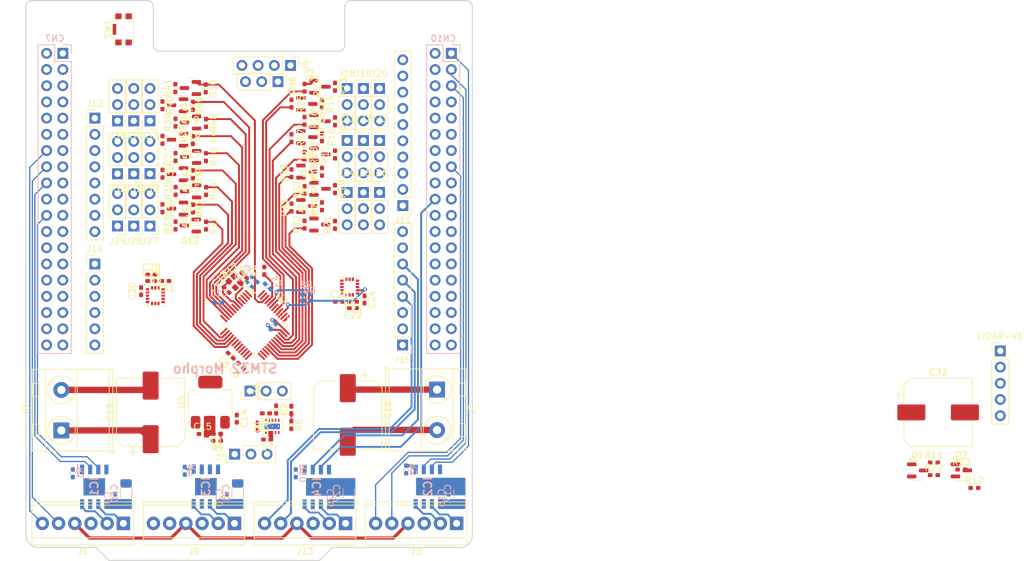
<source format=kicad_pcb>
(kicad_pcb (version 20240108) (generator "pcbnew") (generator_version "8.0")
  (layers (0 "F.Cu" signal) (31 "B.Cu" power) (34 "B.Paste" user) (35 "F.Paste" user) (36 "B.SilkS" user "B.Silkscreen") (37 "F.SilkS" user "F.Silkscreen") (38 "B.Mask" user) (39 "F.Mask" user) (44 "Edge.Cuts" user))
  (net 0 "")
  (net 1 "+3.3V")
  (net 2 "GND")
  (net 3 "/NRST")
  (net 4 "/HSE_IN")
  (net 5 "/HSE_OUT")
  (net 6 "+BATT")
  (net 7 "V_DCMTR")
  (net 8 "V_Servo")
  (net 9 "+5V")
  (net 10 "Net-(U4-REGOUT)")
  (net 11 "Net-(U5-REGOUT)")
  (net 12 "/PWM2{slash}1")
  (net 13 "/Mtr4_EncoderA")
  (net 14 "/PWM2{slash}2")
  (net 15 "/Mtr4_EncoderB")
  (net 16 "/Mtr2_EncoderB")
  (net 17 "/Mtr3_EncoderB")
  (net 18 "/Mtr1_EncoderA")
  (net 19 "/I2C1_SCL")
  (net 20 "/PWM1{slash}2_M3")
  (net 21 "/PWM3{slash}2_M4")
  (net 22 "/IMU2_INT")
  (net 23 "/IMU1_INT")
  (net 24 "/Mtr1_EncoderB")
  (net 25 "/PWM3{slash}1_M1")
  (net 26 "/PWM2{slash}1_M1")
  (net 27 "/I2C1_SDA")
  (net 28 "/Mtr3_EncoderA")
  (net 29 "/PWM3{slash}2_M2")
  (net 30 "/PWM1{slash}1_M3")
  (net 31 "/PWM2{slash}3_M4")
  (net 32 "/PWM4{slash}1_M2")
  (net 33 "/Mtr2_EncoderA")
  (net 34 "Net-(D1-K)")
  (net 35 "Net-(D2-K)")
  (net 36 "/V_M1A")
  (net 37 "/V_M1B")
  (net 38 "/V_M2B")
  (net 39 "/V_M2A")
  (net 40 "/V_M3B")
  (net 41 "/V_M3A")
  (net 42 "/V_M4A")
  (net 43 "/V_M4B")
  (net 44 "/SWDIO")
  (net 45 "/SWCLK")
  (net 46 "/V_encoder")
  (net 47 "/V_Servo1")
  (net 48 "/V_Servo2")
  (net 49 "/V_Servo3")
  (net 50 "/V_Servo5")
  (net 51 "/V_Servo4")
  (net 52 "/V_Servo6")
  (net 53 "/V_Servo7")
  (net 54 "/V_Servo8")
  (net 55 "/V_Servo9")
  (net 56 "/V_Servo10")
  (net 57 "/V_Servo11")
  (net 58 "/V_Servo12")
  (net 59 "/V_Servo15")
  (net 60 "/V_Servo13")
  (net 61 "/V_Servo14")
  (net 62 "/V_Servo17")
  (net 63 "/V_Servo16")
  (net 64 "/V_Servo18")
  (net 65 "/BOOT0")
  (net 66 "/I2C3_SDA")
  (net 67 "/I2C3_SCL")
  (net 68 "/PWM1{slash}1")
  (net 69 "/PWM3{slash}2")
  (net 70 "/PWM1{slash}2")
  (net 71 "/PWM3{slash}3")
  (net 72 "/PWM1{slash}3")
  (net 73 "/PWM3{slash}4")
  (net 74 "/PWM1{slash}4")
  (net 75 "/PWM4{slash}1")
  (net 76 "/PWM4{slash}2")
  (net 77 "/PWM4{slash}4")
  (net 78 "/PWM2{slash}3")
  (net 79 "/PWM15{slash}1")
  (net 80 "/PWM2{slash}4")
  (net 81 "/PWM15{slash}2")
  (net 82 "/PWM3{slash}1")
  (net 83 "/PWM16{slash}1")
  (net 92 "Net-(U1-SW)")
  (net 93 "Net-(U1-PG)")
  (net 109 "/IsenseM1")
  (net 110 "/IsenseM2")
  (net 112 "/IsenseM3")
  (net 113 "/IsenseM4")
  (net 128 "Net-(CN7-Pin_35)")
  (net 130 "Net-(CN7-Pin_23)")
  (net 133 "Net-(CN7-Pin_37)")
  (net 139 "Net-(CN10-Pin_26)")
  (net 142 "Net-(CN10-Pin_24)")
  (net 143 "Net-(CN10-Pin_34)")
  (net 145 "Net-(CN10-Pin_22)")
  (net 155 "Net-(CN10-Pin_8)")
  (footprint "Button_Switch_SMD:SW_Push_1P1T-SH_NO_CK_KMR2xxG" (layer "F.Cu") (at 38.4 78.55 90)
    (property "Reference" "SW1")
    (property "Value" "SW_Push")
  )
  (footprint "Resistor_SMD:R_0402_1005Metric_Pad0.72x0.64mm_HandSolder" (layer "F.Cu") (at 71.55 103.585298 -90)
    (property "Reference" "R19")
    (property "Value" "10k")
  )
  (footprint "Resistor_SMD:R_0402_1005Metric_Pad0.72x0.64mm_HandSolder" (layer "F.Cu") (at 69.5 95.467649 90)
    (property "Reference" "R16")
    (property "Value" "10k")
  )
  (footprint "Package_TO_SOT_SMD:SOT-23" (layer "F.Cu") (at 67.1375 90.25)
    (property "Reference" "Q4")
    (property "Value" "BSS138")
  )
  (footprint "Package_TO_SOT_SMD:SOT-23" (layer "F.Cu") (at 46.862498 101.26 180)
    (property "Reference" "Q15")
    (property "Value" "BSS138")
  )
  (footprint "Capacitor_SMD:C_0402_1005Metric_Pad0.74x0.62mm_HandSolder" (layer "F.Cu") (at 41.15 119.6 -90)
    (property "Reference" "C30")
    (property "Value" "10n")
  )
  (footprint "Package_TO_SOT_SMD:SOT-223-3_TabPin2" (layer "F.Cu") (at 52 137 90)
    (property "Reference" "U3")
    (property "Value" "LD1117S12TR_SOT223")
  )
  (footprint "Resistor_SMD:R_0402_1005Metric_Pad0.72x0.64mm_HandSolder" (layer "F.Cu") (at 49.275 90.532885 -90)
    (property "Reference" "R49")
    (property "Value" "10k")
  )
  (footprint "Resistor_SMD:R_0402_1005Metric_Pad0.72x0.64mm_HandSolder" (layer "F.Cu") (at 53.05 143.05 180)
    (property "Reference" "R5")
    (property "Value" "100")
  )
  (footprint "Resistor_SMD:R_0402_1005Metric_Pad0.72x0.64mm_HandSolder" (layer "F.Cu") (at 66.775 87.700571 90)
    (property "Reference" "R24")
    (property "Value" "10k")
  )
  (footprint "Capacitor_SMD:CP_Elec_10x10.5" (layer "F.Cu") (at 42.65 138.6 90)
    (property "Reference" "C19")
    (property "Value" "680u")
  )
  (footprint "Capacitor_SMD:C_0402_1005Metric_Pad0.74x0.62mm_HandSolder" (layer "F.Cu") (at 72.17 121.25)
    (property "Reference" "C25")
    (property "Value" "100n")
  )
  (footprint "Resistor_SMD:R_0402_1005Metric_Pad0.72x0.64mm_HandSolder" (layer "F.Cu") (at 44.499998 95.867638 -90)
    (property "Reference" "R38")
    (property "Value" "10k")
  )
  (footprint "Package_SON:WSON-10-1EP_2x3mm_P0.5mm_EP0.84x2.4mm_ThermalVias" (layer "F.Cu") (at 61.725 140.8 90)
    (property "Reference" "U1")
    (property "Value" "TPS62177DQC")
  )
  (footprint "Connector_PinHeader_2.54mm:PinHeader_1x08_P2.54mm_Vertical" (layer "F.Cu") (at 33.9 92.475)
    (property "Reference" "J12")
    (property "Value" "Conn_01x08")
  )
  (footprint "Resistor_SMD:R_0402_1005Metric_Pad0.72x0.64mm_HandSolder" (layer "F.Cu") (at 169.75 147.55)
    (property "Reference" "R23")
    (property "Value" "10k")
  )
  (footprint "Resistor_SMD:R_0402_1005Metric_Pad0.72x0.64mm_HandSolder" (layer "F.Cu") (at 69.5 106.291181 90)
    (property "Reference" "R20")
    (property "Value" "10k")
  )
  (footprint "Package_TO_SOT_SMD:SOT-23" (layer "F.Cu") (at 48.875 87.75 180)
    (property "Reference" "Q20")
    (property "Value" "BSS138")
  )
  (footprint "Connector_PinHeader_2.54mm:PinHeader_1x03_P2.54mm_Vertical" (layer "F.Cu") (at 42.54 109.39 180)
    (property "Reference" "J27")
    (property "Value" "Conn_01x03")
  )
  (footprint "Resistor_SMD:R_0402_1005Metric_Pad0.72x0.64mm_HandSolder" (layer "F.Cu") (at 71.55 98.173532 -90)
    (property "Reference" "R17")
    (property "Value" "10k")
  )
  (footprint "Crystal:Crystal_SMD_2016-4Pin_2.0x1.6mm" (layer "F.Cu") (at 55.8 118.15 135)
    (property "Reference" "Y1")
    (property "Value" "Crystal_GND24")
  )
  (footprint "Package_LGA:LGA-16_3x3mm_P0.5mm_LayoutBorder3x5y" (layer "F.Cu") (at 73.85 118.95 180)
    (property "Reference" "U4")
    (property "Value" "ICM-20602")
  )
  (footprint "Connector_PinHeader_2.54mm:PinHeader_1x03_P2.54mm_Vertical" (layer "F.Cu") (at 39.999214 92.89 180)
    (property "Reference" "J34")
    (property "Value" "Conn_01x03")
  )
  (footprint "Package_LGA:LGA-16_3x3mm_P0.5mm_LayoutBorder3x5y" (layer "F.Cu") (at 43.375 120.3)
    (property "Reference" "U5")
    (property "Value" "ICM-20602")
  )
  (footprint "Connector_PinHeader_2.54mm:PinHeader_1x03_P2.54mm_Vertical" (layer "F.Cu") (at 37.46 109.38 180)
    (property "Reference" "J29")
    (property "Value" "Conn_01x03")
  )
  (footprint "Connector_PinHeader_2.54mm:PinHeader_1x04_P2.54mm_Vertical" (layer "F.Cu") (at 64.58 84.2 -90)
    (property "Reference" "J4")
    (property "Value" "Conn_01x04_Pin")
  )
  (footprint "Capacitor_SMD:CP_Elec_10x10.5" (layer "F.Cu") (at 166.1 138.6)
    (property "Reference" "C32")
    (property "Value" "680u")
  )
  (footprint "Package_TO_SOT_SMD:SOT-23" (layer "F.Cu") (at 67.1375 95.45)
    (property "Reference" "Q6")
    (property "Value" "BSS138")
  )
  (footprint "Capacitor_SMD:C_0402_1005Metric_Pad0.74x0.62mm_HandSolder" (layer "F.Cu") (at 42.75 118)
    (property "Reference" "C29")
    (property "Value" "2.2u")
  )
  (footprint "Resistor_SMD:R_0402_1005Metric_Pad0.72x0.64mm_HandSolder" (layer "F.Cu") (at 165.4375 146.45)
    (property "Reference" "R11")
    (property "Value" "10k")
  )
  (footprint "Resistor_SMD:R_0402_1005Metric_Pad0.72x0.64mm_HandSolder" (layer "F.Cu") (at 71.55 87.55 -90)
    (property "Reference" "R13")
    (property "Value" "10k")
  )
  (footprint "Resistor_SMD:R_0402_1005Metric_Pad0.72x0.64mm_HandSolder" (layer "F.Cu") (at 64.725 90.182855 90)
    (property "Reference" "R25")
    (property "Value" "10k")
  )
  (footprint "Capacitor_SMD:C_0402_1005Metric_Pad0.74x0.62mm_HandSolder" (layer "F.Cu") (at 56.155 139.5825 -90)
    (property "Reference" "C14")
    (property "Value" "100n")
  )
  (footprint "TerminalBlock_TE-Connectivity:TerminalBlock_TE_282834-6_1x06_P2.54mm_Horizontal" (layer "F.Cu") (at 73.2 156 180)
    (property "Reference" "J13")
    (property "Value" "Screw_Terminal_01x06")
  )
  (footprint "Connector_PinHeader_2.54mm:PinHeader_1x03_P2.54mm_Vertical" (layer "F.Cu") (at 78.539214 95.969214)
    (property "Reference" "J23")
    (property "Value" "Conn_01x03")
  )
  (footprint "Connector_PinHeader_2.54mm:PinHeader_1x03_P2.54mm_Vertical" (layer "F.Cu") (at 78.539214 104.11)
    (property "Reference" "J26")
    (property "Value" "Conn_01x03")
  )
  (footprint "Package_QFP:LQFP-48_7x7mm_P0.5mm" (layer "F.Cu") (at 59 124.9 -45)
    (property "Reference" "U2")
    (property "Value" "STM32G431C8Tx")
  )
  (footprint "Capacitor_SMD:C_0402_1005Metric_Pad0.74x0.62mm_HandSolder" (layer "F.Cu") (at 60.9 142.85 180)
    (property "Reference" "C7")
    (property "Value" "2.2u")
  )
  (footprint "Package_TO_SOT_SMD:SOT-23" (layer "F.Cu") (at 162.9 147.69)
    (property "Reference" "Q1")
    (property "Value" "BSS138")
  )
  (footprint "Connector_PinHeader_2.54mm:PinHeader_1x03_P2.54mm_Vertical" (layer "F.Cu") (at 42.54 101.18 180)
    (property "Reference" "J30")
    (property "Value" "Conn_01x03")
  )
  (footprint "Package_TO_SOT_SMD:SOT-23" (layer "F.Cu") (at 69.1875 92.95)
    (property "Reference" "Q5")
    (property "Value" "BSS138")
  )
  (footprint "Capacitor_SMD:C_0402_1005Metric_Pad0.74x0.62mm_HandSolder" (layer "F.Cu") (at 57.3 117.15 135)
    (property "Reference" "C12")
    (property "Value" "10p")
  )
  (footprint "Resistor_SMD:R_0402_1005Metric_Pad0.72x0.64mm_HandSolder" (layer "F.Cu") (at 60.45 116.4 90)
    (property "Reference" "R4")
    (property "Value" "10k")
  )
  (footprint "Resistor_SMD:R_0402_1005Metric_Pad0.72x0.64mm_HandSolder" (layer "F.Cu") (at 62.325 138.15 -90)
    (property "Reference" "R2")
    (property "Value" "100k")
  )
  (footprint "Package_TO_SOT_SMD:SOT-23" (layer "F.Cu") (at 67.1375 100.85)
    (property "Reference" "Q8")
    (property "Value" "BSS138")
  )
  (footprint "Package_TO_SOT_SMD:SOT-23" (layer "F.Cu") (at 69.1875 109.15)
    (property "Reference" "Q11")
    (property "Value" "BSS138")
  )
  (footprint "Resistor_SMD:R_0402_1005Metric_Pad0.72x0.64mm_HandSolder" (layer "F.Cu") (at 46.549998 98.563521 90)
    (property "Reference" "R37")
    (property "Value" "10k")
  )
  (footprint "Connector_PinHeader_2.54mm:PinHeader_1x06_P2.54mm_Vertical" (layer "F.Cu") (at 33.9 115.33)
    (property "Reference" "J14")
    (property "Value" "Conn_01x06")
  )
  (footprint "Resistor_SMD:R_0402_1005Metric_Pad0.72x0.64mm_HandSolder" (layer "F.Cu") (at 51.324998 98.572237 -90)
    (property "Reference" "R46")
    (property "Value" "10k")
  )
  (footprint "Package_TO_SOT_SMD:SOT-23" (layer "F.Cu") (at 46.8625 90.45 180)
    (property "Reference" "Q19")
    (property "Value" "BSS138")
  )
  (footprint "Resistor_SMD:R_0402_1005Metric_Pad0.72x0.64mm_HandSolder" (layer "F.Cu") (at 51.2875 87.800586 -90)
    (property "Reference" "R50")
    (property "Value" "10k")
  )
  (footprint "Resistor_SMD:R_0402_1005Metric_Pad0.72x0.64mm_HandSolder" (layer "F.Cu") (at 46.549998 109.297053 90)
    (property "Reference" "R33")
    (property "Value" "10k")
  )
  (footprint "Package_TO_SOT_SMD:SOT-23" (layer "F.Cu") (at 69.1875 103.55)
    (property "Reference" "Q9")
    (property "Value" "BSS138")
  )
  (footprint "Capacitor_SMD:C_0402_1005Metric_Pad0.74x0.62mm_HandSolder" (layer "F.Cu") (at 76.17 120.9 -90)
    (property "Reference" "C24")
    (property "Value" "10n")
  )
  (footprint "Resistor_SMD:R_0402_1005Metric_Pad0.72x0.64mm_HandSolder" (layer "F.Cu") (at 71.55 109.197064 90)
    (property "Reference" "R21")
    (property "Value" "10k")
  )
  (footprint "Resistor_SMD:R_0402_1005Metric_Pad0.72x0.64mm_HandSolder" (layer "F.Cu") (at 71.55 92.961766 -90)
    (property "Reference" "R15")
    (property "Value" "10k")
  )
  (footprint "Package_TO_SOT_SMD:SOT-23" (layer "F.Cu") (at 48.912498 98.55 180)
    (property "Reference" "Q16")
    (property "Value" "BSS138")
  )
  (footprint "Resistor_SMD:R_0402_1005Metric_Pad0.72x0.64mm_HandSolder" (layer "F.Cu") (at 49.274998 95.897453 -90)
    (property "Reference" "R47")
    (property "Value" "10k")
  )
  (footprint "Connector_PinHeader_2.54mm:PinHeader_1x08_P2.54mm_Vertical" (layer "F.Cu") (at 82.15 128.035 180)
    (property "Reference" "J15")
    (property "Value" "Conn_01x08")
  )
  (footprint "Capacitor_SMD:C_0402_1005Metric_Pad0.74x0.62mm_HandSolder" (layer "F.Cu") (at 59.425 140.8 -90)
    (property "Reference" "C8")
    (property "Value" "22u")
  )
  (footprint "Capacitor_SMD:C_0402_1005Metric_Pad0.74x0.62mm_HandSolder" (layer "F.Cu") (at 74.37 122.25 180)
    (property "Reference" "C22")
    (property "Value" "100n")
  )
  (footprint "Resistor_SMD:R_0402_1005Metric_Pad0.72x0.64mm_HandSolder" (layer "F.Cu") (at 66.775 109.156343 90)
    (property "Reference" "R32")
    (property "Value" "10k")
  )
  (footprint "Resistor_SMD:R_0402_1005Metric_Pad0.72x0.64mm_HandSolder" (layer "F.Cu") (at 64.725 95.607423 90)
    (property "Reference" "R27")
    (property "Value" "10k")
  )
  (footprint "Package_TO_SOT_SMD:SOT-23" (layer "F.Cu") (at 69.1875 98.15)
    (property "Reference" "Q7")
    (property "Value" "BSS138")
  )
  (footprint "Capacitor_SMD:C_0402_1005Metric_Pad0.74x0.62mm_HandSolder" (layer "F.Cu") (at 42.75 117)
    (property "Reference" "C28")
    (property "Value" "100n")
  )
  (footprint "Package_TO_SOT_SMD:SOT-23" (layer "F.Cu") (at 48.9125 93.15 180)
    (property "Reference" "Q18")
    (property "Value" "BSS138")
  )
  (footprint "Resistor_SMD:R_0402_1005Metric_Pad0.72x0.64mm_HandSolder" (layer "F.Cu") (at 66.775 103.744275 90)
    (property "Reference" "R30")
    (property "Value" "10k")
  )
  (footprint "Resistor_SMD:R_0402_1005Metric_Pad0.72x0.64mm_HandSolder" (layer "F.Cu") (at 44.499998 101.179404 -90)
    (property "Reference" "R36")
    (property "Value" "10k")
  )
  (footprint "LED_SMD:LED_0402_1005Metric_Pad0.77x0.64mm_HandSolder" (layer "F.Cu") (at 53.05 141.95 180)
    (property "Reference" "D1")
    (property "Value" "Yellow LED")
  )
  (footprint "Resistor_SMD:R_0402_1005Metric_Pad0.72x0.64mm_HandSolder" (layer "F.Cu") (at 69.5 100.879415 90)
    (property "Reference" "R18")
    (property "Value" "10k")
  )
  (footprint "Resistor_SMD:R_0402_1005Metric_Pad0.72x0.64mm_HandSolder" (layer "F.Cu") (at 51.3375 103.896805 -90)
    (property "Reference" "R44")
    (property "Value" "10k")
  )
  (footprint "Resistor_SMD:R_0402_1005Metric_Pad0.72x0.64mm_HandSolder" (layer "F.Cu") (at 49.274998 101.262021 -90)
    (property "Reference" "R45")
    (property "Value" "10k")
  )
  (footprint "Resistor_SMD:R_0402_1005Metric_Pad0.72x0.64mm_HandSolder" (layer "F.Cu") (at 51.325 93.215169 -90)
    (property "Reference" "R48")
    (property "Value" "10k")
  )
  (footprint "TerminalBlock_MetzConnect:TerminalBlock_MetzConnect_Type701_RT11L02HGLU_1x02_P6.35mm_Horizontal" (layer "F.Cu") (at 87.55 135.025 -90)
    (property "Reference" "J7")
    (property "Value" "Screw_Terminal_01x02")
  )
  (footprint "Resistor_SMD:R_0402_1005Metric_Pad0.72x0.64mm_HandSolder" (layer "F.Cu") (at 165.4375 148.44)
    (property "Reference" "R22")
    (property "Value" "10k")
  )
  (footprint "TerminalBlock_TE-Connectivity:TerminalBlock_TE_282834-6_1x06_P2.54mm_Horizontal" (layer "F.Cu") (at 38.373334 156 180)
    (property "Reference" "J1")
    (property "Value" "Screw_Terminal_01x06")
  )
  (footprint "Connector_PinHeader_2.54mm:PinHeader_1x03_P2.54mm_Vertical" (layer "F.Cu") (at 55.82 145.15 90)
    (property "Reference" "J17")
    (property "Value" "Conn_01x03")
  )
  (footprint "Capacitor_SMD:C_0402_1005Metric_Pad0.74x0.62mm_HandSolder" (layer "F.Cu") (at 55.2 129.7 135)
    (property "Reference" "C6")
    (property "Value" "100n")
  )
  (footprint "Connector_PinHeader_2.54mm:PinHeader_1x03_P2.54mm_Vertical" (layer "F.Cu") (at 40 101.19 180)
    (property "Reference" "J31")
    (property "Value" "Conn_01x03")
  )
  (footprint "Connector_PinHeader_2.54mm:PinHeader_1x03_P2.54mm_Vertical" (layer "F.Cu") (at 37.459214 92.89 180)
    (property "Reference" "J35")
    (property "Value" "Conn_01x03")
  )
  (footprint "Package_TO_SOT_SMD:SOT-23" (layer "F.Cu") (at 169.75 147.69)
    (property "Reference" "Q2")
    (property "Value" "BSS138")
  )
  (footprint "Connector_PinHeader_2.54mm:PinHeader_1x03_P2.54mm_Vertical" (layer "F.Cu") (at 75.999214 87.81)
    (property "Reference" "J19")
    (property "Value" "Conn_01x03")
  )
  (footprint "Resistor_SMD:R_0402_1005Metric_Pad0.72x0.64mm_HandSolder" (layer "F.Cu") (at 44.499998 106.59117 -90)
    (property "Reference" "R34")
    (property "Value" "10k")
  )
  (footprint "Connector_PinHeader_2.54mm:PinHeader_1x03_P2.54mm_Vertical" (layer "F.Cu") (at 75.999214 104.11)
    (property "Reference" "J25")
    (property "Value" "Conn_01x03")
  )
  (footprint "Connector_PinHeader_2.54mm:PinHeader_1x03_P2.54mm_Vertical" (layer "F.Cu") (at 40 109.39 180)
    (property "Reference" "J28")
    (property "Value" "Conn_01x03")
  )
  (footprint "Package_TO_SOT_SMD:SOT-23" (layer "F.Cu") (at 69.1875 87.55)
    (property "Reference" "Q3")
    (property "Value" "BSS138")
  )
  (footprint "Connector_PinHeader_2.54mm:PinHeader_1x03_P2.54mm_Vertical" (layer "F.Cu") (at 73.459214 104.11)
    (property "Reference" "J24")
    (property "Value" "Conn_01x03")
  )
  (footprint "Connector_PinHeader_2.54mm:PinHeader_1x03_P2.54mm_Vertical" (layer "F.Cu") (at 75.999214 95.969214)
    (property "Reference" "J22")
    (property "Value" "Conn_01x03")
  )
  (footprint "Resistor_SMD:R_0402_1005Metric_Pad0.72x0.64mm_HandSolder" (layer "F.Cu") (at 44.5 90.455872 -90)
    (property "Reference" "R40")
    (property "Value" "10k")
  )
  (footprint "Resistor_SMD:R_0402_1005Metric_Pad0.72x0.64mm_HandSolder" (layer "F.Cu") (at 69.5 90.255883 90)
    (property "Reference" "R14")
    (property "Value" "10k")
  )
  (footprint "Inductor_SMD:L_0402_1005Metric_Pad0.77x0.64mm_HandSolder" (layer "F.Cu") (at 60.725 138.75 180)
    (property "Reference" "L1")
    (property "Value" "10u")
  )
  (footprint "Connector_PinHeader_2.54mm:PinHeader_1x03_P2.54mm_Vertical" (layer "F.Cu") (at 73.459214 95.969214)
    (property "Reference" "J21")
    (property "Value" "Conn_01x03")
  )
  (footprint "Package_TO_SOT_SMD:SOT-23" (layer "F.Cu") (at 46.862498 95.85 180)
    (property "Reference" "Q17")
    (property "Value" "BSS138")
  )
  (footprint "Package_TO_SOT_SMD:SOT-23" (layer "F.Cu") (at 48.8625 109.3 180)
    (property "Reference" "Q12")
    (property "Value" "BSS138")
  )
  (footprint "Connector_PinHeader_2.54mm:PinHeader_1x03_P2.54mm_Vertical" (layer "F.Cu") (at 78.539214 87.81)
    (property "Reference" "J20")
    (property "Value" "Conn_01x03")
  )
  (footprint "Resistor_SMD:R_0402_1005Metric_Pad0.72x0.64mm_HandSolder" (layer "F.Cu") (at 66.775 92.9 90)
    (property "Reference" "R26")
    (property "Value" "10k")
  )
  (footprint "Resistor_SMD:R_0402_1005Metric_Pad0.72x0.64mm_HandSolder" (layer "F.Cu") (at 66.775 98.392207 90)
    (property "Reference" "R28")
    (property "Value" "10k")
  )
  (footprint "Package_TO_SOT_SMD:SOT-23" (layer "F.Cu") (at 46.862498 106.65 180)
    (property "Reference" "Q13")
    (property "Value" "BSS138")
  )
  (footprint "Capacitor_SMD:C_0402_1005Metric_Pad0.74x0.62mm_HandSolder" (layer "F.Cu") (at 44.95 118 180)
    (property "Reference" "C31")
    (property "Value" "100n")
  )
  (footprint "Connector_PinHeader_2.54mm:PinHeader_1x03_P2.54mm_Vertical" (layer "F.Cu") (at 58.21 135.25 90)
    (property "Reference" "J36")
    (property "Value" "Conn_01x03")
  )
  (footprint "Capacitor_SMD:C_0402_1005Metric_Pad0.74x0.62mm_HandSolder" (layer "F.Cu") (at 50.8 141.9825)
    (property "Reference" "C15")
    (property "Value" "22u")
  )
  (footprint "Capacitor_SMD:C_0402_1005Metric_Pad0.74x0.62mm_HandSolder" (layer "F.Cu") (at 56.8 131.3 135)
    (property "Reference" "C3")
    (property "Value" "100n")
  )
  (footprint "Resistor_SMD:R_0402_1005Metric_Pad0.72x0.64mm_HandSolder" (layer "F.Cu") (at 46.5125 87.75 90)
    (property "Reference" "R41")
    (property "Value" "10k")
  )
  (footprint "Connector_PinHeader_2.54mm:PinHeader_1x03_P2.54mm_Vertical" (layer "F.Cu") (at 37.46 101.19 180)
    (property "Reference" "J32")
    (property "Value" "Conn_01x03")
  )
  (footprint "Resistor_SMD:R_0402_1005Metric_Pad0.72x0.64mm_HandSolder" (layer "F.Cu") (at 64.725 106.474059 90)
    (property "Reference" "R31")
    (property "Value" "10k")
  )
  (footprint "Resistor_SMD:R_0402_1005Metric_Pad0.72x0.64mm_HandSolder" (layer "F.Cu") (at 49.274998 106.629089 -90)
    (property "Reference" "R43")
    (property "Value" "10k")
  )
  (footprint "Package_TO_SOT_SMD:SOT-23" (layer "F.Cu") (at 48.925 103.95 180)
    (property "Reference" "Q14")
    (property "Value" "BSS138")
  )
  (footprint "Capacitor_SMD:C_0402_1005Metric_Pad0.74x0.62mm_HandSolder" (layer "F.Cu") (at 74.37 121.25 180)
    (property "Reference" "C23")
    (property "Value" "2.2u")
  )
  (footprint "Connector_PinHeader_2.54mm:PinHeader_1x10_P2.54mm_Vertical" (layer "F.Cu") (at 82.175 106.185 180)
    (property "Reference" "J11")
    (property "Value" "Conn_01x10")
  )
  (footprint "Connector_PinHeader_2.54mm:PinHeader_1x03_P2.54mm_Vertical" (layer "F.Cu") (at 62.6 86.75 -90)
    (property "Reference" "J6")
    (property "Value" "Conn_01x03")
  )
  (footprint "Resistor_SMD:R_0402_1005Metric_Pad0.72x0.64mm_HandSolder" (layer "F.Cu") (at 64.7 140.5725 -90)
    (property "Reference" "R6")
    (property "Value" "100")
  )
  (footprint "Resistor_SMD:R_0402_1005Metric_Pad0.72x0.64mm_HandSolder" (layer "F.Cu") (at 51.324998 109.308873 -90)
    (property "Reference" "R42")
    (property "Value" "10k")
  )
  (footprint "LED_SMD:LED_0402_1005Metric_Pad0.77x0.64mm_HandSolder" (layer "F.Cu") (at 64.7 138.2 90)
    (property "Reference" "D2")
    (property "Value" "Red LED")
  )
  (footprint "Resistor_SMD:R_0402_1005Metric_Pad0.72x0.64mm_HandSolder" (layer "F.Cu") (at 46.55 93.161755 90)
    (property "Reference" "R39")
    (property "Value" "10k")
  )
  (footprint "Resistor_SMD:R_0402_1005Metric_Pad0.72x0.64mm_HandSolder" (layer "F.Cu") (at 46.5625 103.885287 90)
    (property "Reference" "R35")
    (property "Value" "10k")
  )
  (footprint "TerminalBlock_TE-Connectivity:TerminalBlock_TE_282834-6_1x06_P2.54mm_Horizontal" (layer "F.Cu") (at 55.786667 156 180)
    (property "Reference" "J9")
    (property "Value" "Screw_Terminal_01x06")
  )
  (footprint "Connector_PinHeader_2.54mm:PinHeader_1x05_P2.54mm_Vertical" (layer "F.Cu") (at 175.845 128.96)
    (property "Reference" "LiDAR-V1")
    (property "Value" "~")
  )
  (footprint "Capacitor_SMD:CP_Elec_10x10.5" (layer "F.Cu") (at 73.55 139 -90)
    (property "Reference" "C18")
    (property "Value" "680u")
  )
  (footprint "Connector_PinHeader_2.54mm:PinHeader_1x03_P2.54mm_Vertical" (layer "F.Cu") (at 73.459214 87.81)
    (property "Reference" "J18")
    (property "Value" "Conn_01x03")
  )
  (footprint "TerminalBlock_MetzConnect:TerminalBlock_MetzConnect_Type701_RT11L02HGLU_1x02_P6.35mm_Horizontal" (layer "F.Cu") (at 28.65 141.425 90)
    (property "Reference" "J8")
    (property "Value" "Screw_Terminal_01x02")
  )
  (footprint "Resistor_SMD:R_0402_1005Metric_Pad0.72x0.64mm_HandSolder" (layer "F.Cu") (at 64.725 101.111991 90)
    (property "Reference" "R29")
    (property "Value" "10k")
  )
  (footprint "TerminalBlock_TE-Connectivity:TerminalBlock_TE_282834-6_1x06_P2.54mm_Horizontal" (layer "F.Cu") (at 90.613334 156 180)
    (property "Reference" "J3")
    (property "Value" "Screw_Terminal_01x06")
  )
  (footprint "Resistor_SMD:R_0402_1005Metric_Pad0.72x0.64mm_HandSolder" (layer "F.Cu") (at 171.79 150.44)
    (property "Reference" "R12")
    (property "Value" "10k")
  )
  (footprint "Capacitor_SMD:C_0402_1005Metric_Pad0.74x0.62mm_HandSolder" (layer "F.Cu") (at 54.55 119.4 -45)
    (property "Reference" "C13")
    (property "Value" "10p")
  )
  (footprint "Package_TO_SOT_SMD:SOT-23" (layer "F.Cu") (at 67.1375 106.25)
    (property "Reference" "Q10")
    (property "Value" "BSS138")
  )
  (footprint "Connector_PinHeader_2.54mm:PinHeader_1x03_P2.54mm_Vertical" (layer "F.Cu") (at 42.539214 92.89 180)
    (property "Reference" "J33")
    (property "Value" "Conn_01x03")
  )
  (footprint "Resistor_SMD:R_0402_1005Metric_Pad0.72x0.64mm_HandSolder" (layer "B.Cu") (at 67.1 121.1)
    (property "Reference" "R9")
    (property "Value" "2k2")
  )
  (footprint "Capacitor_SMD:C_0402_1005Metric_Pad0.74x0.62mm_HandSolder" (layer "B.Cu") (at 61 118.85 135)
    (property "Reference" "C5")
    (property "Value" "100n")
  )
  (footprint "DAWG_PCBFootprints:SOIC127P600X170-9N" (layer "B.Cu") (at 51.305 150.238 -90)
    (property "Reference" "IC3")
    (property "Value" "DRV8251ADDAR" (hide yes))
  )
  (footprint "Resistor_SMD:R_0402_1005Metric_Pad0.72x0.64mm_HandSolder" (layer "B.Cu") (at 48 147.75 90)
    (property "Reference" "R7")
    (property "Value" "1k5")
  )
  (footprint "Resistor_SMD:R_0402_1005Metric_Pad0.72x0.64mm_HandSolder" (layer "B.Cu") (at 30.45 148.1475 90)
    (property "Reference" "R1")
    (property "Value" "1k5")
  )
  (footprint "Resistor_SMD:R_0402_1005Metric_Pad0.72x0.64mm_HandSolder" (layer "B.Cu") (at 65.4 148.15 90)
    (property "Reference" "R10")
    (property "Value" "1k5")
  )
  (footprint "Capacitor_SMD:C_0402_1005Metric_Pad0.74x0.62mm_HandSolder" (layer "B.Cu") (at 37.1 152 -90)
    (property "Reference" "C9")
    (property "Value" "100n")
  )
  (footprint "Capacitor_SMD:C_0402_1005Metric_Pad0.74x0.62mm_HandSolder" (layer "B.Cu") (at 54.6 152 -90)
    (property "Reference" "C20")
    (property "Value" "100n")
  )
  (footprint "Capacitor_SMD:C_0402_1005Metric_Pad0.74x0.62mm_HandSolder" (layer "B.Cu") (at 61.9 125.15 -135)
    (property "Reference" "C4")
    (property "Value" "100n")
  )
  (footprint "DAWG_PCBFootprints:SOIC127P600X170-9N" (layer "B.Cu") (at 68.7 150.2875 -90)
    (property "Reference" "IC4")
    (property "Value" "DRV8251ADDAR" (hide yes))
  )
  (footprint "Capacitor_SMD:C_0402_1005Metric_Pad0.74x0.62mm_HandSolder" (layer "B.Cu") (at 58.15 118.55 135)
    (property "Reference" "C2")
    (property "Value" "100n")
  )
  (footprint "Capacitor_SMD:C_0402_1005Metric_Pad0.74x0.62mm_HandSolder" (layer "B.Cu") (at 58.95 117.75 135)
    (property "Reference" "C1")
    (property "Value" "10u")
  )
  (footprint "Connector_PinHeader_2.54mm:PinHeader_2x19_P2.54mm_Vertical" (layer "B.Cu") (at 28.879214 82.309214 180)
    (property "Reference" "CN7")
    (property "Value" "Conn_02x19_Odd_Even")
  )
  (footprint "Capacitor_SMD:C_0402_1005Metric_Pad0.74x0.62mm_HandSolder" (layer "B.Cu") (at 53.25 121.4 180)
    (property "Reference" "C11")
    (property "Value" "100n")
  )
  (footprint "Capacitor_SMD:C_1206_3216Metric_Pad1.33x1.80mm_HandSolder" (layer "B.Cu") (at 73.7 151.3 -90)
    (property "Reference" "C27")
    (property "Value" "47u")
  )
  (footprint "Capacitor_SMD:C_1206_3216Metric_Pad1.33x1.80mm_HandSolder" (layer "B.Cu") (at 38.8 151.3 -90)
    (property "Reference" "C10")
    (property "Value" "47u")
  )
  (footprint "Capacitor_SMD:C_0402_1005Metric_Pad0.74x0.62mm_HandSolder" (layer "B.Cu") (at 89.4 152 -90)
    (property "Reference" "C16")
    (property "Value" "100n")
  )
  (footprint "Capacitor_SMD:C_1206_3216Metric_Pad1.33x1.80mm_HandSolder" (layer "B.Cu") (at 91.1 151.3 -90)
    (property "Reference" "C17")
    (property "Value" "47u")
  )
  (footprint "DAWG_PCBFootprints:SOIC127P600X170-9N" (layer "B.Cu") (at 86.105 150.238 -90)
    (property "Reference" "IC2")
    (property "Value" "DRV8251ADDAR" (hide yes))
  )
  (footprint "Resistor_SMD:R_0402_1005Metric_Pad0.72x0.64mm_HandSolder" (layer "B.Cu") (at 82.7 147.55 90)
    (property "Reference" "R3")
    (property "Value" "1k5")
  )
  (footprint "Capacitor_SMD:C_0402_1005Metric_Pad0.74x0.62mm_HandSolder" (layer "B.Cu") (at 72 152 -90)
    (property "Reference" "C26")
    (property "Value" "100n")
  )
  (footprint "Connector_PinHeader_2.54mm:PinHeader_2x19_P2.54mm_Vertical" (layer "B.Cu") (at 89.789214 82.309214 180)
    (property "Reference" "CN10")
    (property "Value" "Conn_02x19_Odd_Even")
  )
  (footprint "DAWG_PCBFootprints:SOIC127P600X170-9N" (layer "B.Cu") (at 33.805 150.262 -90)
    (property "Reference" "IC1")
    (property "Value" "DRV8251ADDAR" (hide yes))
  )
  (footprint "Capacitor_SMD:C_1206_3216Metric_Pad1.33x1.80mm_HandSolder" (layer "B.Cu") (at 56.3 151.3 -90)
    (property "Reference" "C21")
    (property "Value" "47u")
  )
  (footprint "Resistor_SMD:R_0402_1005Metric_Pad0.72x0.64mm_HandSolder" (layer "B.Cu") (at 67.1 120.1)
    (property "Reference" "R8")
    (property "Value" "2k2")
  )
  (gr_arc (start 92.075 74.025) (mid 92.782121 74.317887) (end 93.075 75.025) (stroke (width 0.15)) (layer "Edge.Cuts"))
  (gr_line (start 73.075 75) (end 73.075 81) (stroke (width 0.15)) (layer "Edge.Cuts"))
  (gr_arc (start 73.075 75.025) (mid 73.367897 74.317897) (end 74.075 74.025) (stroke (width 0.15)) (layer "Edge.Cuts"))
  (gr_line (start 24.075 74.025) (end 42.075 74.025) (stroke (width 0.15)) (layer "Edge.Cuts"))
  (gr_line (start 36.1 161.8) (end 69.1 161.8) (stroke (width 0.15)) (layer "Edge.Cuts"))
  (gr_line (start 71.1 159.8) (end 91.1 159.8) (stroke (width 0.15)) (layer "Edge.Cuts"))
  (gr_line (start 34.1 159.8) (end 36.1 161.8) (stroke (width 0.15)) (layer "Edge.Cuts"))
  (gr_arc (start 93.075 157.8) (mid 92.489211 159.214211) (end 91.075 159.8) (stroke (width 0.15)) (layer "Edge.Cuts"))
  (gr_line (start 69.1 161.8) (end 71.1 159.8) (stroke (width 0.15)) (layer "Edge.Cuts"))
  (gr_line (start 93.075 157.8) (end 93.075 75.025) (stroke (width 0.15)) (layer "Edge.Cuts"))
  (gr_line (start 92.075 74.025) (end 74.075 74.025) (stroke (width 0.15)) (layer "Edge.Cuts"))
  (gr_line (start 25.1 159.8) (end 34.1 159.8) (stroke (width 0.15)) (layer "Edge.Cuts"))
  (gr_arc (start 73.075 81) (mid 72.782107 81.707107) (end 72.075 82) (stroke (width 0.15)) (layer "Edge.Cuts"))
  (gr_arc (start 42.075 74.025) (mid 42.782121 74.317887) (end 43.075 75.025) (stroke (width 0.15)) (layer "Edge.Cuts"))
  (gr_line (start 43.075 75) (end 43.075 81) (stroke (width 0.15)) (layer "Edge.Cuts"))
  (gr_line (start 72.075 82) (end 44.075 82) (stroke (width 0.15)) (layer "Edge.Cuts"))
  (gr_arc (start 25.1 159.8) (mid 23.685781 159.214214) (end 23.1 157.8) (stroke (width 0.15)) (layer "Edge.Cuts"))
  (gr_arc (start 44.075 82) (mid 43.367893 81.707107) (end 43.075 81) (stroke (width 0.15)) (layer "Edge.Cuts"))
  (gr_line (start 23.1 157.8) (end 23.075 75.025) (stroke (width 0.15)) (layer "Edge.Cuts"))
  (gr_arc (start 23.075 75.025) (mid 23.367897 74.317897) (end 24.075 74.025) (stroke (width 0.15)) (layer "Edge.Cuts"))
  (gr_text "STM32 Morpho" (at 54.325 131.725 0) (layer "B.SilkS") (effects (font (size 1.5 1.5) (thickness 0.3)) (justify mirror)))
  (segment (start 63.887876 125.898788) (end 62.089088 124.1) (width 0.3) (layer "F.Cu") (net 1))
  (segment (start 67.746929 87.103071) (end 68.25 86.6) (width 0.3) (layer "F.Cu") (net 1))
  (segment (start 66.775 87.103071) (end 67.746929 87.103071) (width 0.3) (layer "F.Cu") (net 1))
  (segment (start 62.089088 124.1) (end 61.7 124.1) (width 0.3) (layer "F.Cu") (net 1))
  (via (at 61.7 124.1) (size 0.6) (drill 0.3) (layers "F.Cu" "B.Cu") (net 1))
  (segment (start 66.5025 120.1) (end 66.5025 121.1) (width 0.3) (layer "B.Cu") (net 1))
  (segment (start 61.7 124.1) (end 61.7 124.147434) (width 0.3) (layer "B.Cu") (net 1))
  (segment (start 61.7 124.147434) (end 62.301283 124.748717) (width 0.3) (layer "B.Cu") (net 1))
  (segment (start 74.6 141.35) (end 87.525 141.35) (width 1) (layer "F.Cu") (net 2))
  (segment (start 73.55 142.4) (end 74.6 141.35) (width 1) (layer "F.Cu") (net 2))
  (segment (start 87.525 141.35) (end 87.55 141.375) (width 1) (layer "F.Cu") (net 2))
  (segment (start 61.757934 125.657934) (end 61 124.9) (width 0.3) (layer "F.Cu") (net 2))
  (segment (start 63.534322 126.252342) (end 62.939916 125.657934) (width 0.3) (layer "F.Cu") (net 2))
  (segment (start 62.939916 125.657934) (end 61.757934 125.657934) (width 0.3) (layer "F.Cu") (net 2))
  (segment (start 28.65 135.075) (end 41.975 135.075) (width 1) (layer "F.Cu") (net 2))
  (via (at 61 124.9) (size 0.6) (drill 0.3) (layers "F.Cu" "B.Cu") (net 2))
  (segment (start 61 124.9) (end 61 125.052566) (width 0.3) (layer "B.Cu") (net 2))
  (segment (start 61 125.052566) (end 61.498717 125.551283) (width 0.3) (layer "B.Cu") (net 2))
  (segment (start 55.99259 120.831932) (end 55.99259 120.15741) (width 0.3) (layer "F.Cu") (net 4))
  (segment (start 57.002081 119.147919) (end 57.002081 118.574264) (width 0.3) (layer "F.Cu") (net 4))
  (segment (start 57.002081 118.574264) (end 56.683883 118.256066) (width 0.3) (layer "F.Cu") (net 4))
  (segment (start 56.586998 121.426338) (end 55.99259 120.831932) (width 0.3) (layer "F.Cu") (net 4))
  (segment (start 55.99259 120.15741) (end 57.002081 119.147919) (width 0.3) (layer "F.Cu") (net 4))
  (segment (start 54 119.89559) (end 55.289894 121.185484) (width 0.3) (layer "F.Cu") (net 5))
  (segment (start 54 118.960051) (end 54 119.89559) (width 0.3) (layer "F.Cu") (net 5))
  (segment (start 54.916117 118.043934) (end 54 118.960051) (width 0.3) (layer "F.Cu") (net 5))
  (segment (start 55.289894 121.185484) (end 55.639038 121.185484) (width 0.3) (layer "F.Cu") (net 5))
  (segment (start 55.639038 121.185484) (end 56.233445 121.779891) (width 0.3) (layer "F.Cu") (net 5))
  (segment (start 41.275 141.425) (end 42.65 142.8) (width 1) (layer "F.Cu") (net 7))
  (segment (start 28.65 141.425) (end 41.275 141.425) (width 1) (layer "F.Cu") (net 7))
  (segment (start 87.55 135.025) (end 74.575 135.025) (width 1) (layer "F.Cu") (net 8))
  (segment (start 52.93934 118.71066) (end 58.1 113.55) (width 0.3) (layer "F.Cu") (net 12))
  (segment (start 58.1 113.55) (end 58.1 110.7) (width 0.3) (layer "F.Cu") (net 12))
  (segment (start 52.93934 119.900002) (end 52.93934 118.71066) (width 0.3) (layer "F.Cu") (net 12))
  (segment (start 54.110385 89.935385) (end 49.275 89.935385) (width 0.3) (layer "F.Cu") (net 12))
  (segment (start 58.1 93.925) (end 54.110385 89.935385) (width 0.3) (layer "F.Cu") (net 12))
  (segment (start 58.1 110.85) (end 58.1 93.925) (width 0.3) (layer "F.Cu") (net 12))
  (segment (start 55.526338 122.486998) (end 52.93934 119.900002) (width 0.3) (layer "F.Cu") (net 12))
  (segment (start 64.7 146.3) (end 64.65 146.3) (width 0.3) (layer "B.Cu") (net 13))
  (segment (start 69.3 141.7) (end 64.7 146.3) (width 0.3) (layer "B.Cu") (net 13))
  (segment (start 64.65 154.39) (end 63.04 156) (width 0.3) (layer "B.Cu") (net 13))
  (segment (start 84.05 119.775) (end 84.05 138.1) (width 0.3) (layer "B.Cu") (net 13))
  (segment (start 64.65 146.3) (end 64.65 154.39) (width 0.3) (layer "B.Cu") (net 13))
  (segment (start 80.45 141.7) (end 69.3 141.7) (width 0.3) (layer "B.Cu") (net 13))
  (segment (start 84.05 138.1) (end 80.45 141.7) (width 0.3) (layer "B.Cu") (net 13))
  (segment (start 82.15 117.875) (end 84.05 119.775) (width 0.3) (layer "B.Cu") (net 13))
  (segment (start 57.55 113.392894) (end 57.55 110.692894) (width 0.3) (layer "F.Cu") (net 14))
  (segment (start 55.172785 122.840551) (end 52.43934 120.107109) (width 0.3) (layer "F.Cu") (net 14))
  (segment (start 57.55 110.692894) (end 57.55 95) (width 0.3) (layer "F.Cu") (net 14))
  (segment (start 52.43934 118.503554) (end 57.55 113.392894) (width 0.3) (layer "F.Cu") (net 14))
  (segment (start 52.43934 120.107109) (end 52.43934 118.503554) (width 0.3) (layer "F.Cu") (net 14))
  (segment (start 57.55 95) (end 55.167669 92.617669) (width 0.3) (layer "F.Cu") (net 14))
  (segment (start 55.167669 92.617669) (end 51.325 92.617669) (width 0.3) (layer "F.Cu") (net 14))
  (segment (start 60.5 156) (end 64.15 152.35) (width 0.3) (layer "B.Cu") (net 15))
  (segment (start 83.55 137.8) (end 83.55 121.815) (width 0.3) (layer "B.Cu") (net 15))
  (segment (start 69.042893 141.2) (end 80.15 141.2) (width 0.3) (layer "B.Cu") (net 15))
  (segment (start 64.15 152.35) (end 64.15 146.092893) (width 0.3) (layer "B.Cu") (net 15))
  (segment (start 83.55 121.815) (end 82.15 120.415) (width 0.3) (layer "B.Cu") (net 15))
  (segment (start 80.15 141.2) (end 83.55 137.8) (width 0.3) (layer "B.Cu") (net 15))
  (segment (start 64.15 146.092893) (end 69.042893 141.2) (width 0.3) (layer "B.Cu") (net 15))
  (segment (start 77.913334 156) (end 77.913334 149.948876) (width 0.2) (layer "B.Cu") (net 16))
  (segment (start 91.25 142.642894) (end 91.25 101.55) (width 0.2) (layer "B.Cu") (net 16))
  (segment (start 91.25 101.55) (end 89.789214 100.089214) (width 0.2) (layer "B.Cu") (net 16))
  (segment (start 77.913334 149.948876) (end 82.990763 144.871447) (width 0.2) (layer "B.Cu") (net 16))
  (segment (start 89.021447 144.871447) (end 91.25 142.642894) (width 0.2) (layer "B.Cu") (net 16))
  (segment (start 82.990763 144.871447) (end 89.021447 144.871447) (width 0.2) (layer "B.Cu") (net 16))
  (segment (start 26.339214 100.089214) (end 24.09886 102.329568) (width 0.2) (layer "B.Cu") (net 18))
  (segment (start 24.09886 102.329568) (end 24.09886 151.885526) (width 0.2) (layer "B.Cu") (net 18))
  (segment (start 24.09886 151.885526) (end 28.213334 156) (width 0.2) (layer "B.Cu") (net 18))
  (segment (start 64.15 122.224874) (end 64.15 121.65) (width 0.3) (layer "F.Cu") (net 19))
  (segment (start 76.25 119.3) (end 76.1 119.45) (width 0.3) (layer "F.Cu") (net 19))
  (segment (start 63.180769 123.194105) (end 64.15 122.224874) (width 0.3) (layer "F.Cu") (net 19))
  (segment (start 76.1 119.45) (end 75.075 119.45) (width 0.3) (layer "F.Cu") (net 19))
  (via (at 64.15 121.65) (size 0.6) (drill 0.3) (layers "F.Cu" "B.Cu") (net 19))
  (via (at 76.25 119.3) (size 0.6) (drill 0.3) (layers "F.Cu" "B.Cu") (net 19))
  (segment (start 74.45 121.1) (end 76.25 119.3) (width 0.3) (layer "B.Cu") (net 19))
  (segment (start 66.915684 121.77) (end 67.585684 121.1) (width 0.3) (layer "B.Cu") (net 19))
  (segment (start 67.585684 121.1) (end 74.45 121.1) (width 0.3) (layer "B.Cu") (net 19))
  (segment (start 64.27 121.77) (end 66.915684 121.77) (width 0.3) (layer "B.Cu") (net 19))
  (segment (start 64.15 121.65) (end 64.27 121.77) (width 0.3) (layer "B.Cu") (net 19))
  (segment (start 69.335 147.5755) (end 69.335 147.138) (width 0.3) (layer "B.Cu") (net 21))
  (segment (start 69.335 147.138) (end 72.473 144) (width 0.3) (layer "B.Cu") (net 21))
  (segment (start 72.473 144) (end 81.85 144) (width 0.3) (layer "B.Cu") (net 21))
  (segment (start 85.05 107.368428) (end 87.249214 105.169214) (width 0.3) (layer "B.Cu") (net 21))
  (segment (start 85.05 140.8) (end 85.05 107.368428) (width 0.3) (layer "B.Cu") (net 21))
  (segment (start 81.85 144) (end 85.05 140.8) (width 0.3) (layer "B.Cu") (net 21))
  (segment (start 25.673334 156) (end 23.69886 154.025526) (width 0.2) (layer "B.Cu") (net 24))
  (segment (start 23.69886 100.20114) (end 26.339214 97.560786) (width 0.2) (layer "B.Cu") (net 24))
  (segment (start 23.69886 154.025526) (end 23.69886 100.20114) (width 0.2) (layer "B.Cu") (net 24))
  (segment (start 26.339214 97.560786) (end 26.339214 97.549214) (width 0.2) (layer "B.Cu") (net 24))
  (segment (start 28.65 145.55) (end 32.7 145.55) (width 0.2) (layer "B.Cu") (net 25))
  (segment (start 24.89886 141.79886) (end 28.65 145.55) (width 0.2) (layer "B.Cu") (net 25))
  (segment (start 32.7 145.55) (end 34.44 147.29) (width 0.2) (layer "B.Cu") (net 25))
  (segment (start 26.339214 107.709214) (end 24.89886 109.149568) (width 0.2) (layer "B.Cu") (net 25))
  (segment (start 34.44 147.29) (end 34.44 147.55) (width 0.2) (layer "B.Cu") (net 25))
  (segment (start 24.89886 109.149568) (end 24.89886 141.79886) (width 0.2) (layer "B.Cu") (net 25))
  (segment (start 28.5 146.3) (end 24.49886 142.29886) (width 0.2) (layer "B.Cu") (net 26))
  (segment (start 32.3375 146.3) (end 28.5 146.3) (width 0.2) (layer "B.Cu") (net 26))
  (segment (start 24.49886 142.29886) (end 24.49886 104.469568) (width 0.2) (layer "B.Cu") (net 26))
  (segment (start 33.17 147.55) (end 33.17 147.1325) (width 0.2) (layer "B.Cu") (net 26))
  (segment (start 24.49886 104.469568) (end 26.339214 102.629214) (width 0.2) (layer "B.Cu") (net 26))
  (segment (start 33.17 147.1325) (end 32.3375 146.3) (width 0.2) (layer "B.Cu") (net 26))
  (segment (start 61.413002 121.426338) (end 62.35 120.48934) (width 0.3) (layer "F.Cu") (net 27))
  (segment (start 62.35 120.48934) (end 62.35 119.75) (width 0.3) (layer "F.Cu") (net 27))
  (via (at 62.35 119.75) (size 0.6) (drill 0.3) (layers "F.Cu" "B.Cu") (net 27))
  (segment (start 62.35 119.75) (end 62.67 119.43) (width 0.3) (layer "B.Cu") (net 27))
  (segment (start 62.67 119.43) (end 67.0275 119.43) (width 0.3) (layer "B.Cu") (net 27))
  (segment (start 67.0275 119.43) (end 67.6975 120.1) (width 0.3) (layer "B.Cu") (net 27))
  (segment (start 86.74 147.0085) (end 86.74 147.526) (width 0.2) (layer "B.Cu") (net 29))
  (segment (start 87.335 146.4135) (end 86.74 147.0085) (width 0.2) (layer "B.Cu") (net 29))
  (segment (start 89.9365 146.4135) (end 87.335 146.4135) (width 0.2) (layer "B.Cu") (net 29))
  (segment (start 89.789214 82.309214) (end 92.475 84.995) (width 0.2) (layer "B.Cu") (net 29))
  (segment (start 92.475 143.875) (end 89.9365 146.4135) (width 0.2) (layer "B.Cu") (net 29))
  (segment (start 92.475 84.995) (end 92.475 143.875) (width 0.2) (layer "B.Cu") (net 29))
  (segment (start 82.1 142.2) (end 84.55 139.75) (width 0.3) (layer "B.Cu") (net 31))
  (segment (start 73.003 142.2) (end 82.1 142.2) (width 0.3) (layer "B.Cu") (net 31))
  (segment (start 68.065 147.138) (end 73.003 142.2) (width 0.3) (layer "B.Cu") (net 31))
  (segment (start 68.065 147.5755) (end 68.065 147.138) (width 0.3) (layer "B.Cu") (net 31))
  (segment (start 84.55 139.75) (end 84.55 117.735) (width 0.3) (layer "B.Cu") (net 31))
  (segment (start 84.55 117.735) (end 82.15 115.335) (width 0.3) (layer "B.Cu") (net 31))
  (segment (start 89.5365 145.9135) (end 92.075 143.375) (width 0.2) (layer "B.Cu") (net 32))
  (segment (start 92.075 143.375) (end 92.075 87.977943) (width 0.2) (layer "B.Cu") (net 32))
  (segment (start 92.075 87.977943) (end 89.789214 85.692157) (width 0.2) (layer "B.Cu") (net 32))
  (segment (start 85.47 147.526) (end 85.47 147.0085) (width 0.2) (layer "B.Cu") (net 32))
  (segment (start 85.47 147.0085) (end 86.565 145.9135) (width 0.2) (layer "B.Cu") (net 32))
  (segment (start 89.789214 85.692157) (end 89.789214 84.709214) (width 0.2) (layer "B.Cu") (net 32))
  (segment (start 86.565 145.9135) (end 89.5365 145.9135) (width 0.2) (layer "B.Cu") (net 32))
  (segment (start 80.453334 156) (end 80.453334 148.115982) (width 0.2) (layer "B.Cu") (net 33))
  (segment (start 89.1865 145.4135) (end 91.675 142.925) (width 0.2) (layer "B.Cu") (net 33))
  (segment (start 83.155816 145.4135) (end 89.1865 145.4135) (width 0.2) (layer "B.Cu") (net 33))
  (segment (start 91.675 89.275) (end 89.789214 87.389214) (width 0.2) (layer "B.Cu") (net 33))
  (segment (start 91.675 142.925) (end 91.675 89.275) (width 0.2) (layer "B.Cu") (net 33))
  (segment (start 80.453334 148.115982) (end 83.155816 145.4135) (width 0.2) (layer "B.Cu") (net 33))
  (segment (start 53.6225 141.95) (end 53.6225 143.025) (width 0.3) (layer "F.Cu") (net 34))
  (segment (start 53.6225 143.025) (end 53.6475 143.05) (width 0.3) (layer "F.Cu") (net 34))
  (segment (start 64.7 139.975) (end 64.7 138.7725) (width 0.3) (layer "F.Cu") (net 35))
  (segment (start 34.44 153.4115) (end 35.6285 154.6) (width 0.3) (layer "B.Cu") (net 36))
  (segment (start 34.44 152.974) (end 34.44 153.4115) (width 0.3) (layer "B.Cu") (net 36))
  (segment (start 35.6285 154.6) (end 36.973334 154.6) (width 0.3) (layer "B.Cu") (net 36))
  (segment (start 36.973334 154.6) (end 38.373334 156) (width 0.3) (layer "B.Cu") (net 36))
  (segment (start 32.5085 154.1) (end 33.933334 154.1) (width 0.3) (layer "B.Cu") (net 37))
  (segment (start 31.9 152.974) (end 31.9 153.4915) (width 0.3) (layer "B.Cu") (net 37))
  (segment (start 33.933334 154.1) (end 35.833334 156) (width 0.3) (layer "B.Cu") (net 37))
  (segment (start 31.9 153.4915) (end 32.5085 154.1) (width 0.3) (layer "B.Cu") (net 37))
  (segment (start 85.395 154.5) (end 86.573334 154.5) (width 0.3) (layer "B.Cu") (net 38))
  (segment (start 84.2 152.95) (end 84.2 153.305) (width 0.3) (layer "B.Cu") (net 38))
  (segment (start 84.2 153.305) (end 85.395 154.5) (width 0.3) (layer "B.Cu") (net 38))
  (segment (start 86.573334 154.5) (end 88.073334 156) (width 0.3) (layer "B.Cu") (net 38))
  (segment (start 86.74 152.95) (end 86.74 153.3875) (width 0.3) (layer "B.Cu") (net 39))
  (segment (start 89.213334 154.6) (end 90.613334 156) (width 0.3) (layer "B.Cu") (net 39))
  (segment (start 86.74 153.3875) (end 87.9525 154.6) (width 0.3) (layer "B.Cu") (net 39))
  (segment (start 87.9525 154.6) (end 89.213334 154.6) (width 0.3) (layer "B.Cu") (net 39))
  (segment (start 49.4 152.95) (end 49.4 153.3875) (width 0.3) (layer "B.Cu") (net 40))
  (segment (start 50.6125 154.6) (end 51.846667 154.6) (width 0.3) (layer "B.Cu") (net 40))
  (segment (start 49.4 153.3875) (end 50.6125 154.6) (width 0.3) (layer "B.Cu") (net 40))
  (segment (start 51.846667 154.6) (end 53.246667 156) (width 0.3) (layer "B.Cu") (net 40))
  (segment (start 53.0525 154.5) (end 54.286667 154.5) (width 0.3) (layer "B.Cu") (net 41))
  (segment (start 51.94 153.3875) (end 53.0525 154.5) (width 0.3) (layer "B.Cu") (net 41))
  (segment (start 51.94 152.95) (end 51.94 153.3875) (width 0.3) (layer "B.Cu") (net 41))
  (segment (start 54.286667 154.5) (end 55.786667 156) (width 0.3) (layer "B.Cu") (net 41))
  (segment (start 70.418 154.6) (end 71.8 154.6) (width 0.3) (layer "B.Cu") (net 42))
  (segment (start 71.8 154.6) (end 73.2 156) (width 0.3) (layer "B.Cu") (net 42))
  (segment (start 69.335 153.517) (end 70.418 154.6) (width 0.3) (layer "B.Cu") (net 42))
  (segment (start 69.335 152.9995) (end 69.335 153.517) (width 0.3) (layer "B.Cu") (net 42))
  (segment (start 66.795 152.9995) (end 66.795 153.517) (width 0.3) (layer "B.Cu") (net 43))
  (segment (start 66.795 153.517) (end 67.578 154.3) (width 0.3) (layer "B.Cu") (net 43))
  (segment (start 67.578 154.3) (end 68.96 154.3) (width 0.3) (layer "B.Cu") (net 43))
  (segment (start 68.96 154.3) (end 70.66 156) (width 0.3) (layer "B.Cu") (net 43))
  (segment (start 45.866667 158.3) (end 33.053334 158.3) (width 0.5) (layer "F.Cu") (net 46))
  (segment (start 65.58 156) (end 63.28 158.3) (width 0.5) (layer "F.Cu") (net 46))
  (segment (start 80.693334 158.3) (end 67.88 158.3) (width 0.5) (layer "F.Cu") (net 46))
  (segment (start 67.88 158.3) (end 65.58 156) (width 0.5) (layer "F.Cu") (net 46))
  (segment (start 63.28 158.3) (end 50.466667 158.3) (width 0.5) (layer "F.Cu") (net 46))
  (segment (start 82.993334 156) (end 80.693334 158.3) (width 0.5) (layer "F.Cu") (net 46))
  (segment (start 33.053334 158.3) (end 30.753334 156) (width 0.5) (layer "F.Cu") (net 46))
  (segment (start 50.466667 158.3) (end 48.166667 156) (width 0.5) (layer "F.Cu") (net 46))
  (segment (start 48.166667 156) (end 45.866667 158.3) (width 0.5) (layer "F.Cu") (net 46))
  (segment (start 61.7 118.2475) (end 60.45 116.9975) (width 0.3) (layer "F.Cu") (net 65))
  (segment (start 61.7 120.432234) (end 61.7 118.2475) (width 0.3) (layer "F.Cu") (net 65))
  (segment (start 61.059449 121.072785) (end 61.7 120.432234) (width 0.3) (layer "F.Cu") (net 65))
  (segment (start 63.3 112.842894) (end 63.3 106.218375) (width 0.3) (layer "F.Cu") (net 68))
  (segment (start 66.95 127.571319) (end 66.95 116.492894) (width 0.3) (layer "F.Cu") (net 68))
  (segment (start 65.1766 104.341775) (end 66.775 104.341775) (width 0.3) (layer "F.Cu") (net 68))
  (segment (start 61.766555 128.020109) (end 62.946747 129.200303) (width 0.3) (layer "F.Cu") (net 68))
  (segment (start 63.3 106.218375) (end 65.1766 104.341775) (width 0.3) (layer "F.Cu") (net 68))
  (segment (start 62.946747 129.200303) (end 65.321015 129.200303) (width 0.3) (layer "F.Cu") (net 68))
  (segment (start 66.95 116.492894) (end 63.3 112.842894) (width 0.3) (layer "F.Cu") (net 68))
  (segment (start 65.321015 129.200303) (end 66.95 127.571319) (width 0.3) (layer "F.Cu") (net 68))
  (segment (start 55.4 112.142894) (end 55.4 105.55) (width 0.3) (layer "F.Cu") (net 69))
  (segment (start 54.078377 127.346749) (end 53.096749 127.346749) (width 0.3) (layer "F.Cu") (net 69))
  (segment (start 50.4 117.142894) (end 55.4 112.142894) (width 0.3) (layer "F.Cu") (net 69))
  (segment (start 53.096749 127.346749) (end 50.4 124.65) (width 0.3) (layer "F.Cu") (net 69))
  (segment (start 55.4 105.55) (end 53.149305 103.299305) (width 0.3) (layer "F.Cu") (net 69))
  (segment (start 53.149305 103.299305) (end 51.3375 103.299305) (width 0.3) (layer "F.Cu") (net 69))
  (segment (start 50.4 124.65) (end 50.4 117.142894) (width 0.3) (layer "F.Cu") (net 69))
  (segment (start 54.819231 126.605895) (end 54.078377 127.346749) (width 0.3) (layer "F.Cu") (net 69))
  (segment (start 63.153854 128.700303) (end 65.113909 128.700303) (width 0.3) (layer "F.Cu") (net 70))
  (segment (start 63.890509 101.709491) (end 64.725 101.709491) (width 0.3) (layer "F.Cu") (net 70))
  (segment (start 62.120109 127.666555) (end 63.153854 128.700303) (width 0.3) (layer "F.Cu") (net 70))
  (segment (start 62.8 113.05) (end 62.8 102.8) (width 0.3) (layer "F.Cu") (net 70))
  (segment (start 62.8 102.8) (end 63.890509 101.709491) (width 0.3) (layer "F.Cu") (net 70))
  (segment (start 66.45 127.364212) (end 66.45 116.7) (width 0.3) (layer "F.Cu") (net 70))
  (segment (start 66.45 116.7) (end 62.8 113.05) (width 0.3) (layer "F.Cu") (net 70))
  (segment (start 65.113909 128.700303) (end 66.45 127.364212) (width 0.3) (layer "F.Cu") (net 70))
  (segment (start 54.792894 112.042894) (end 54.792894 107.642894) (width 0.3) (layer "F.Cu") (net 71))
  (segment (start 53.181589 106.031589) (end 49.274998 106.031589) (width 0.3) (layer "F.Cu") (net 71))
  (segment (start 49.9 124.857106) (end 49.9 116.935788) (width 0.3) (layer "F.Cu") (net 71))
  (segment (start 54.792894 107.642894) (end 53.181589 106.031589) (width 0.3) (layer "F.Cu") (net 71))
  (segment (start 49.9 116.935788) (end 54.792894 112.042894) (width 0.3) (layer "F.Cu") (net 71))
  (segment (start 52.889643 127.846749) (end 49.9 124.857106) (width 0.3) (layer "F.Cu") (net 71))
  (segment (start 54.285484 127.846749) (end 52.889643 127.846749) (width 0.3) (layer "F.Cu") (net 71))
  (segment (start 55.172785 126.959449) (end 54.285484 127.846749) (width 0.3) (layer "F.Cu") (net 71))
  (segment (start 64.906803 128.200303) (end 65.95 127.157106) (width 0.3) (layer "F.Cu") (net 72))
  (segment (start 65.1666 98.989707) (end 66.775 98.989707) (width 0.3) (layer "F.Cu") (net 72))
  (segment (start 65.95 127.157106) (end 65.95 117) (width 0.3) (layer "F.Cu") (net 72))
  (segment (start 63.360961 128.200303) (end 64.906803 128.200303) (width 0.3) (layer "F.Cu") (net 72))
  (segment (start 62.473662 127.313002) (end 63.360961 128.200303) (width 0.3) (layer "F.Cu") (net 72))
  (segment (start 62.3 101.856307) (end 65.1666 98.989707) (width 0.3) (layer "F.Cu") (net 72))
  (segment (start 62.3 113.35) (end 62.3 101.856307) (width 0.3) (layer "F.Cu") (net 72))
  (segment (start 65.95 117) (end 62.3 113.35) (width 0.3) (layer "F.Cu") (net 72))
  (segment (start 49.4 116.6) (end 53.9 112.1) (width 0.3) (layer "F.Cu") (net 73))
  (segment (start 49.4 125.064212) (end 49.4 116.6) (width 0.3) (layer "F.Cu") (net 73))
  (segment (start 52.682537 128.346749) (end 49.4 125.064212) (width 0.3) (layer "F.Cu") (net 73))
  (segment (start 53.9 109.95) (end 52.661373 108.711373) (width 0.3) (layer "F.Cu") (net 73))
  (segment (start 55.526338 127.313002) (end 54.492591 128.346749) (width 0.3) (layer "F.Cu") (net 73))
  (segment (start 53.9 112.1) (end 53.9 109.95) (width 0.3) (layer "F.Cu") (net 73))
  (segment (start 52.661373 108.711373) (end 51.324998 108.711373) (width 0.3) (layer "F.Cu") (net 73))
  (segment (start 54.492591 128.346749) (end 52.682537 128.346749) (width 0.3) (layer "F.Cu") (net 73))
  (segment (start 62.827215 126.959449) (end 63.568068 127.700303) (width 0.3) (layer "F.Cu") (net 74))
  (segment (start 65.45 117.4) (end 61.8 113.75) (width 0.3) (layer "F.Cu") (net 74))
  (segment (start 65.45 126.95) (end 65.45 117.4) (width 0.3) (layer "F.Cu") (net 74))
  (segment (start 61.8 99.129923) (end 64.725 96.204923) (width 0.3) (layer "F.Cu") (net 74))
  (segment (start 64.699697 127.700303) (end 65.45 126.95) (width 0.3) (layer "F.Cu") (net 74))
  (segment (start 63.568068 127.700303) (end 64.699697 127.700303) (width 0.3) (layer "F.Cu") (net 74))
  (segment (start 61.8 113.75) (end 61.8 99.129923) (width 0.3) (layer "F.Cu") (net 74))
  (segment (start 63 120.546446) (end 63 117.269316) (width 0.3) (layer "F.Cu") (net 75))
  (segment (start 64.744823 88.298071) (end 66.775 88.298071) (width 0.3) (layer "F.Cu") (net 75))
  (segment (start 63 117.269316) (end 60.25 114.519316) (width 0.3) (layer "F.Cu") (net 75))
  (segment (start 60.25 92.792894) (end 64.744823 88.298071) (width 0.3) (layer "F.Cu") (net 75))
  (segment (start 60.25 114.519316) (end 60.25 92.792894) (width 0.3) (layer "F.Cu") (net 75))
  (segment (start 61.766555 121.779891) (end 63 120.546446) (width 0.3) (layer "F.Cu") (net 75))
  (segment (start 64.199697 127.200303) (end 64.95 126.45) (width 0.3) (layer "F.Cu") (net 76))
  (segment (start 64.95 117.75) (end 61.3 114.1) (width 0.3) (layer "F.Cu") (net 76))
  (segment (start 64.95 126.45) (end 64.95 117.75) (width 0.3) (layer "F.Cu") (net 76))
  (segment (start 61.3 97.351739) (end 65.154239 93.4975) (width 0.3) (layer "F.Cu") (net 76))
  (segment (start 63.775175 127.200303) (end 64.199697 127.200303) (width 0.3) (layer "F.Cu") (net 76))
  (segment (start 63.180769 126.605895) (end 63.775175 127.200303) (width 0.3) (layer "F.Cu") (net 76))
  (segment (start 65.154239 93.4975) (end 66.775 93.4975) (width 0.3) (layer "F.Cu") (net 76))
  (segment (start 61.3 114.1) (end 61.3 97.351739) (width 0.3) (layer "F.Cu") (net 76))
  (segment (start 51.2875 87.203086) (end 50.215586 87.203086) (width 0.3) (layer "F.Cu") (net 77))
  (segment (start 50.215586 87.203086) (end 49.8125 86.8) (width 0.3) (layer "F.Cu") (net 77))
  (segment (start 59 92.85) (end 53.353086 87.203086) (width 0.3) (layer "F.Cu") (net 77))
  (segment (start 60.705895 120.719231) (end 60.111489 121.313639) (width 0.3) (layer "F.Cu") (net 77))
  (segment (start 59 120.8) (end 59 92.85) (width 0.3) (layer "F.Cu") (net 77))
  (segment (start 59.513639 121.313639) (end 59 120.8) (width 0.3) (layer "F.Cu") (net 77))
  (segment (start 53.353086 87.203086) (end 51.2875 87.203086) (width 0.3) (layer "F.Cu") (net 77))
  (segment (start 60.111489 121.313639) (end 59.513639 121.313639) (width 0.3) (layer "F.Cu") (net 77))
  (segment (start 54.819231 123.194105) (end 51.93934 120.314216) (width 0.3) (layer "F.Cu") (net 78))
  (segment (start 57 110.535788) (end 57 97.05) (width 0.3) (layer "F.Cu") (net 78))
  (segment (start 51.93934 120.314216) (end 51.93934 118.296448) (width 0.3) (layer "F.Cu") (net 78))
  (segment (start 55.249953 95.299953) (end 49.274998 95.299953) (width 0.3) (layer "F.Cu") (net 78))
  (segment (start 57 97.05) (end 55.249953 95.299953) (width 0.3) (layer "F.Cu") (net 78))
  (segment (start 51.93934 118.296448) (end 57 113.235788) (width 0.3) (layer "F.Cu") (net 78))
  (segment (start 57 113.235788) (end 57 110.535788) (width 0.3) (layer "F.Cu") (net 78))
  (segment (start 65.735227 130.200303) (end 67.95 127.985531) (width 0.3) (layer "F.Cu") (net 79))
  (segment (start 64.4 112.492894) (end 64.4 110.6) (width 0.3) (layer "F.Cu") (net 79))
  (segment (start 61.059449 128.727215) (end 62.532533 130.200303) (width 0.3) (layer "F.Cu") (net 79))
  (segment (start 62.532533 130.200303) (end 65.735227 130.200303) (width 0.3) (layer "F.Cu") (net 79))
  (segment (start 67.95 127.985531) (end 67.95 116.042894) (width 0.3) (layer "F.Cu") (net 79))
  (segment (start 67.95 116.042894) (end 64.4 112.492894) (width 0.3) (layer "F.Cu") (net 79))
  (segment (start 65.246157 109.753843) (end 66.775 109.753843) (width 0.3) (layer "F.Cu") (net 79))
  (segment (start 64.4 110.6) (end 65.246157 109.753843) (width 0.3) (layer "F.Cu") (net 79))
  (segment (start 56.5 112.75) (end 56.5 99.85) (width 0.3) (layer "F.Cu") (net 80))
  (segment (start 54.465678 123.547658) (end 51.43934 120.521323) (width 0.3) (layer "F.Cu") (net 80))
  (segment (start 54.624737 97.974737) (end 51.324998 97.974737) (width 0.3) (layer "F.Cu") (net 80))
  (segment (start 51.43934 117.81066) (end 56.5 112.75) (width 0.3) (layer "F.Cu") (net 80))
  (segment (start 56.5 99.85) (end 54.624737 97.974737) (width 0.3) (layer "F.Cu") (net 80))
  (segment (start 51.43934 120.521323) (end 51.43934 117.81066) (width 0.3) (layer "F.Cu") (net 80))
  (segment (start 67.45 127.778425) (end 67.45 116.25) (width 0.3) (layer "F.Cu") (net 81))
  (segment (start 67.45 116.25) (end 63.8 112.6) (width 0.3) (layer "F.Cu") (net 81))
  (segment (start 61.413002 128.373662) (end 62.73964 129.700303) (width 0.3) (layer "F.Cu") (net 81))
  (segment (start 62.73964 129.700303) (end 65.528121 129.700303) (width 0.3) (layer "F.Cu") (net 81))
  (segment (start 63.8 107.8) (end 64.528441 107.071559) (width 0.3) (layer "F.Cu") (net 81))
  (segment (start 64.528441 107.071559) (end 64.725 107.071559) (width 0.3) (layer "F.Cu") (net 81))
  (segment (start 63.8 112.6) (end 63.8 107.8) (width 0.3) (layer "F.Cu") (net 81))
  (segment (start 65.528121 129.700303) (end 67.45 127.778425) (width 0.3) (layer "F.Cu") (net 81))
  (segment (start 56 112.25) (end 56 102.75) (width 0.3) (layer "F.Cu") (net 82))
  (segment (start 56 102.75) (end 53.914521 100.664521) (width 0.3) (layer "F.Cu") (net 82))
  (segment (start 54.465678 126.252342) (end 53.871271 126.846749) (width 0.3) (layer "F.Cu") (net 82))
  (segment (start 53.871271 126.846749) (end 53.522127 126.846749) (width 0.3) (layer "F.Cu") (net 82))
  (segment (start 50.93934 117.31066) (end 56 112.25) (width 0.3) (layer "F.Cu") (net 82))
  (segment (start 50.93934 124.263962) (end 50.93934 117.31066) (width 0.3) (layer "F.Cu") (net 82))
  (segment (start 53.522127 126.846749) (end 50.93934 124.263962) (width 0.3) (layer "F.Cu") (net 82))
  (segment (start 53.914521 100.664521) (end 49.274998 100.664521) (width 0.3) (layer "F.Cu") (net 82))
  (segment (start 62.473662 122.486998) (end 63.5 121.46066) (width 0.3) (layer "F.Cu") (net 83))
  (segment (start 60.75 93) (end 62.969645 90.780355) (width 0.3) (layer "F.Cu") (net 83))
  (segment (start 63.5 121.46066) (end 63.5 117.06221) (width 0.3) (layer "F.Cu") (net 83))
  (segment (start 63.5 117.06221) (end 60.75 114.31221) (width 0.3) (layer "F.Cu") (net 83))
  (segment (start 60.75 114.31221) (end 60.75 93) (width 0.3) (layer "F.Cu") (net 83))
  (segment (start 62.969645 90.780355) (end 64.725 90.780355) (width 0.3) (layer "F.Cu") (net 83))
  (segment (start 84.2 147.526) (end 83.6265 146.9525) (width 0.5) (layer "B.Cu") (net 110))
  (segment (start 83.6265 146.9525) (end 82.7 146.9525) (width 0.5) (layer "B.Cu") (net 110))
  (segment (start 49.4 147.526) (end 48.3735 147.526) (width 0.3) (layer "B.Cu") (net 112))
  (segment (start 48.3735 147.526) (end 48 147.1525) (width 0.3) (layer "B.Cu") (net 112))
  (zone (net 9) (net_name "+5V") (layer "F.Cu") (connect_pads yes (clearance 0.5)) (min_thickness 0.25) (fill yes (thermal_gap 0.5) (thermal_bridge_width 0.5))
    (polygon (pts (xy 51 139.15) (xy 52.8 139.15) (xy 52.8 142.55) (xy 51 142.55)))
  )
  (zone (net 6) (net_name "+BATT") (layer "F.Cu") (connect_pads yes (clearance 0.5)) (min_thickness 0.25) (fill yes (thermal_gap 0.5) (thermal_bridge_width 0.5))
    (polygon (pts (xy 61.1 141.5) (xy 61.85 141.5) (xy 61.85 143.15) (xy 61.1 143.15)))
  )
  (zone (net 2) (net_name "GND") (layer "B.Cu") (connect_pads yes (clearance 0.5)) (min_thickness 0.25) (fill yes (thermal_gap 0.5) (thermal_bridge_width 0.5))
    (polygon (pts (xy 92 148.85) (xy 92 151.6) (xy 84.25 151.6) (xy 84.25 148.85)))
  )
  (zone (net 7) (net_name "V_DCMTR") (layer "B.Cu") (connect_pads yes (clearance 0.5)) (min_thickness 0.25) (fill yes (thermal_gap 0.5) (thermal_bridge_width 0.5))
    (polygon (pts (xy 35.4 153.75) (xy 35.4 152.2) (xy 39.7 152.2) (xy 39.7 153.75)))
  )
  (zone (net 7) (net_name "V_DCMTR") (layer "B.Cu") (connect_pads yes (clearance 0.5)) (min_thickness 0.25) (fill yes (thermal_gap 0.5) (thermal_bridge_width 0.5))
    (polygon (pts (xy 57.195 152.188) (xy 57.195 153.738) (xy 52.895 153.738) (xy 52.895 152.188)))
  )
  (zone (net 2) (net_name "GND") (layer "B.Cu") (connect_pads yes (clearance 0.5)) (min_thickness 0.25) (fill yes (thermal_gap 0.5) (thermal_bridge_width 0.5))
    (polygon (pts (xy 74.75 148.9) (xy 74.75 151.65) (xy 67 151.65) (xy 67 148.9)))
  )
  (zone (net 7) (net_name "V_DCMTR") (layer "B.Cu") (connect_pads yes (clearance 0.5)) (min_thickness 0.25) (fill yes (thermal_gap 0.5) (thermal_bridge_width 0.5))
    (polygon (pts (xy 74.6 152.2) (xy 74.6 153.75) (xy 70.3 153.75) (xy 70.3 152.2)))
  )
  (zone (net 7) (net_name "V_DCMTR") (layer "B.Cu") (connect_pads yes (clearance 0.5)) (min_thickness 0.25) (fill yes (thermal_gap 0.5) (thermal_bridge_width 0.5))
    (polygon (pts (xy 92 152.2) (xy 92 153.75) (xy 87.7 153.75) (xy 87.7 152.2)))
  )
)
</source>
